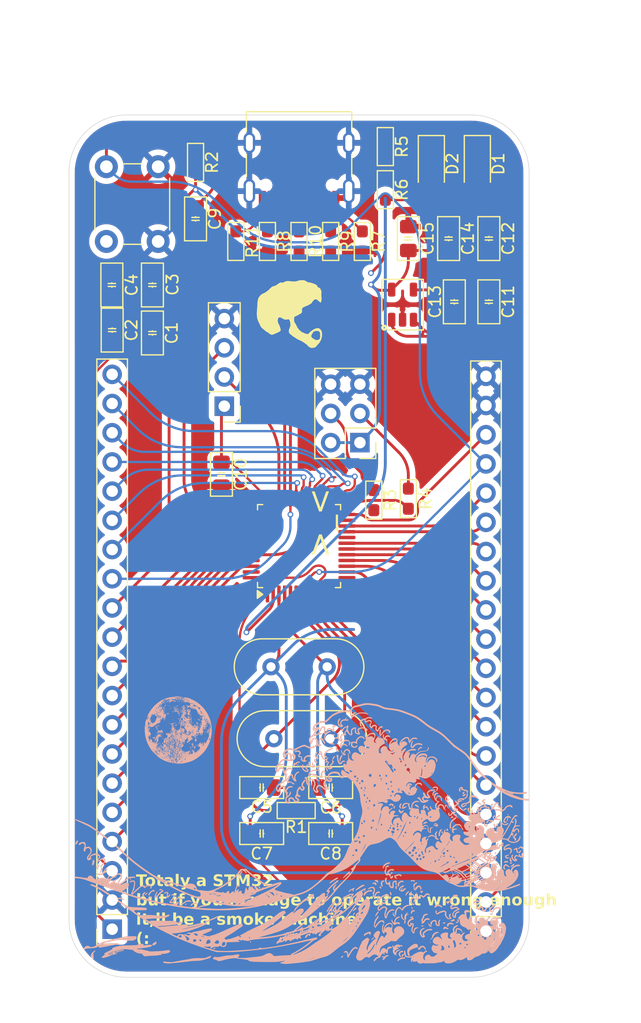
<source format=kicad_pcb>
(kicad_pcb (version 20241229) (generator "pcbnew") (generator_version "9.0")
  (layers (0 "F.Cu" signal) (2 "B.Cu" signal) (13 "F.Paste" user) (15 "B.Paste" user) (5 "F.SilkS" user "F.Silkscreen") (7 "B.SilkS" user "B.Silkscreen") (1 "F.Mask" user) (3 "B.Mask" user) (25 "Edge.Cuts" user))
  (net 0 "")
  (net 1 "/VCC3V3")
  (net 2 "Earth")
  (net 3 "/oscin")
  (net 4 "Net-(C5-Pad1)")
  (net 5 "/oscout")
  (net 6 "/pc14")
  (net 7 "/pc15")
  (net 8 "/RESET")
  (net 9 "/5V")
  (net 10 "Net-(U2-EN)")
  (net 11 "Net-(D1-K)")
  (net 12 "Net-(D2-K)")
  (net 13 "Net-(P1-Pad3)")
  (net 14 "Net-(P1-Pad4)")
  (net 15 "/swdclk")
  (net 16 "/swdio")
  (net 17 "/pb1")
  (net 18 "/pa7")
  (net 19 "/pb0")
  (net 20 "/pc13")
  (net 21 "/pb10")
  (net 22 "/pa0")
  (net 23 "/pa2")
  (net 24 "/pa4")
  (net 25 "/VBAT")
  (net 26 "/pb11")
  (net 27 "/pa1")
  (net 28 "/pa6")
  (net 29 "/pa5")
  (net 30 "/pa3")
  (net 31 "/pb8")
  (net 32 "/pb3")
  (net 33 "/pb14")
  (net 34 "/pa9")
  (net 35 "/pb12")
  (net 36 "/pb7")
  (net 37 "/pa11")
  (net 38 "/pa10")
  (net 39 "/pa12")
  (net 40 "/pb6")
  (net 41 "/pa15")
  (net 42 "/pb5")
  (net 43 "/pb13")
  (net 44 "/pb9")
  (net 45 "/pb4")
  (net 46 "/pb15")
  (net 47 "/pa8")
  (net 48 "/BOOT1")
  (net 49 "/BOOT0")
  (net 50 "Net-(USBC1-CC1)")
  (net 51 "Net-(USBC1-CC2)")
  (net 52 "Net-(R9-Pad1)")
  (net 53 "Net-(R10-Pad1)")
  (footprint "PCM_Resistor_SMD_AKL:R_0603_1608Metric_Pad1.05x0.95mm_HandSolder" (layer "F.Cu") (at 111.43 38.22 -90)
    (property "Reference" "R9")
    (property "Value" "20" (hide yes))
  )
  (footprint "PCM_Resistor_SMD_AKL:R_0603_1608Metric_Pad1.05x0.95mm_HandSolder" (layer "F.Cu") (at 114.18 38.22 -90)
    (property "Reference" "R7")
    (property "Value" "5.1K" (hide yes))
  )
  (footprint "Connector_USB:USB_C_Receptacle_G-Switch_GT-USB-7010ASV" (layer "F.Cu") (at 108.68 30.72 180)
    (property "Reference" "USBC1" (hide yes))
    (property "Value" "USB_C_Receptacle_USB2.0_16P" (hide yes))
  )
  (footprint "PCM_Capacitor_SMD_AKL:C_0805_2012Metric_Pad1.18x1.45mm_HandSolder" (layer "F.Cu") (at 118.18 37.97 -90)
    (property "Reference" "C15")
    (property "Value" "104" (hide yes))
  )
  (footprint "PCM_Resistor_SMD_AKL:R_0603_1608Metric_Pad1.05x0.95mm_HandSolder" (layer "F.Cu") (at 116.18 33.72 -90)
    (property "Reference" "R6")
    (property "Value" "510" (hide yes))
  )
  (footprint "Connector_PinHeader_2.54mm:PinHeader_1x04_P2.54mm_Vertical" (layer "F.Cu") (at 102.18 52.55 180)
    (property "Reference" "P2" (hide yes))
    (property "Value" "PINHD_1x4_Male" (hide yes))
  )
  (footprint "PCM_Capacitor_SMD_AKL:C_0805_2012Metric_Pad1.18x1.45mm_HandSolder" (layer "F.Cu") (at 125.18 37.97 -90)
    (property "Reference" "C12")
    (property "Value" "104" (hide yes))
  )
  (footprint "PCM_Capacitor_SMD_AKL:C_0805_2012Metric_Pad1.18x1.45mm_HandSolder" (layer "F.Cu") (at 105.43 89.72 180)
    (property "Reference" "C7")
    (property "Value" "20p" (hide yes))
  )
  (footprint "Crystal:Crystal_HC49-4H_Vertical" (layer "F.Cu") (at 111.37 81.47 180)
    (property "Reference" "Y1" (hide yes))
    (property "Value" "8MHz" (hide yes))
  )
  (footprint "PCM_Resistor_SMD_AKL:R_0603_1608Metric_Pad1.05x0.95mm_HandSolder" (layer "F.Cu") (at 118.18 60.595 90)
    (property "Reference" "R4")
    (property "Value" "100K" (hide yes))
  )
  (footprint "Crystal:Crystal_HC49-4H_Vertical" (layer "F.Cu") (at 111.12 75.22 180)
    (property "Reference" "Y2" (hide yes))
    (property "Value" "8MHz" (hide yes))
  )
  (footprint "Connector_PinSocket_2.54mm:PinSocket_1x20_P2.54mm_Vertical" (layer "F.Cu") (at 124.93 98.21 180)
    (property "Reference" "P3" (hide yes))
    (property "Value" "PINHD_1x20_Female" (hide yes))
  )
  (footprint "PCM_Resistor_SMD_AKL:R_0603_1608Metric_Pad1.05x0.95mm_HandSolder" (layer "F.Cu") (at 99.68 31.345 -90)
    (property "Reference" "R2")
    (property "Value" "10K" (hide yes))
  )
  (footprint "PCM_Capacitor_SMD_AKL:C_0805_2012Metric_Pad1.18x1.45mm_HandSolder" (layer "F.Cu") (at 92.405 42.0075 90)
    (property "Reference" "C4")
    (property "Value" "104" (hide yes))
  )
  (footprint "LOGO" (layer "F.Cu") (at 108 44.75)
    (property "Reference" "G***" (hide yes))
    (property "Value" "LOGO" (hide yes))
  )
  (footprint "Connector_PinSocket_2.54mm:PinSocket_1x20_P2.54mm_Vertical" (layer "F.Cu") (at 92.43 98.04 180)
    (property "Reference" "p4" (hide yes))
    (property "Value" "PINHD_1x20_Female" (hide yes))
  )
  (footprint "PCM_Capacitor_SMD_AKL:C_0805_2012Metric_Pad1.18x1.45mm_HandSolder" (layer "F.Cu") (at 95.93 42.0075 90)
    (property "Reference" "C3")
    (property "Value" "104" (hide yes))
  )
  (footprint "PCM_Resistor_SMD_AKL:R_0603_1608Metric_Pad1.05x0.95mm_HandSolder" (layer "F.Cu") (at 108.68 38.22 -90)
    (property "Reference" "R10")
    (property "Value" "20" (hide yes))
  )
  (footprint "PCM_Capacitor_SMD_AKL:C_0805_2012Metric_Pad1.18x1.45mm_HandSolder" (layer "F.Cu") (at 105.43 85.72 180)
    (property "Reference" "C5")
    (property "Value" "20p" (hide yes))
  )
  (footprint "LED_SMD:LED_1206_3216Metric_Pad1.42x1.75mm_HandSolder" (layer "F.Cu") (at 124.18 31.47 -90)
    (property "Reference" "D1")
    (property "Value" "LED" (hide yes))
  )
  (footprint "PCM_Package_TO_SOT_SMD_AKL:TSOT-23-5" (layer "F.Cu") (at 117.68 43.72 90)
    (property "Reference" "U2" (hide yes))
    (property "Value" "RT9193-33" (hide yes))
  )
  (footprint "PCM_Capacitor_SMD_AKL:C_0805_2012Metric_Pad1.18x1.45mm_HandSolder" (layer "F.Cu") (at 121.68 37.97 -90)
    (property "Reference" "C14")
    (property "Value" "106" (hide yes))
  )
  (footprint "PCM_Capacitor_SMD_AKL:C_0805_2012Metric_Pad1.18x1.45mm_HandSolder" (layer "F.Cu") (at 99.68 36.2575 -90)
    (property "Reference" "C9")
    (property "Value" "105" (hide yes))
  )
  (footprint "PCM_Capacitor_SMD_AKL:C_0805_2012Metric_Pad1.18x1.45mm_HandSolder" (layer "F.Cu") (at 122.18 43.47 90)
    (property "Reference" "C13")
    (property "Value" "223" (hide yes))
  )
  (footprint "Package_QFP:LQFP-48_7x7mm_P0.5mm" (layer "F.Cu") (at 108.68 64.72 90)
    (property "Reference" "U1" (hide yes))
    (property "Value" "STM32F103C8Tx" (hide yes))
  )
  (footprint "PCM_Resistor_SMD_AKL:R_0603_1608Metric_Pad1.05x0.95mm_HandSolder" (layer "F.Cu") (at 108.43 87.72 180)
    (property "Reference" "R1")
    (property "Value" "1M" (hide yes))
  )
  (footprint "PCM_Resistor_SMD_AKL:R_0603_1608Metric_Pad1.05x0.95mm_HandSolder" (layer "F.Cu") (at 115.18 60.72 -90)
    (property "Reference" "R3")
    (property "Value" "100K" (hide yes))
  )
  (footprint "PCM_Resistor_SMD_AKL:R_0603_1608Metric_Pad1.05x0.95mm_HandSolder" (layer "F.Cu") (at 103.18 38.22 -90)
    (property "Reference" "R11")
    (property "Value" "4.7K" (hide yes))
  )
  (footprint "PCM_Capacitor_SMD_AKL:C_0805_2012Metric_Pad1.18x1.45mm_HandSolder" (layer "F.Cu") (at 95.93 46.1825 -90)
    (property "Reference" "C1")
    (property "Value" "104" (hide yes))
  )
  (footprint "LED_SMD:LED_1206_3216Metric_Pad1.42x1.75mm_HandSolder" (layer "F.Cu") (at 120.18 31.47 -90)
    (property "Reference" "D2")
    (property "Value" "LED" (hide yes))
  )
  (footprint "Button_Switch_THT:SW_PUSH_6mm" (layer "F.Cu") (at 96.43 31.72 -90)
    (property "Reference" "SW1" (hide yes))
    (property "Value" "Push_Button" (hide yes))
  )
  (footprint "PCM_Resistor_SMD_AKL:R_0603_1608Metric_Pad1.05x0.95mm_HandSolder" (layer "F.Cu") (at 105.93 38.22 -90)
    (property "Reference" "R8")
    (property "Value" "5.1K" (hide yes))
  )
  (footprint "PCM_Capacitor_SMD_AKL:C_0805_2012Metric_Pad1.18x1.45mm_HandSolder" (layer "F.Cu") (at 111.43 85.72)
    (property "Reference" "C6")
    (property "Value" "20p" (hide yes))
  )
  (footprint "PCM_Resistor_SMD_AKL:R_0603_1608Metric_Pad1.05x0.95mm_HandSolder" (layer "F.Cu") (at 116.18 29.97 -90)
    (property "Reference" "R5")
    (property "Value" "510" (hide yes))
  )
  (footprint "PCM_Capacitor_SMD_AKL:C_0805_2012Metric_Pad1.18x1.45mm_HandSolder" (layer "F.Cu") (at 101.93 58.47 -90)
    (property "Reference" "C10")
    (property "Value" "104" (hide yes))
  )
  (footprint "PCM_Capacitor_SMD_AKL:C_0805_2012Metric_Pad1.18x1.45mm_HandSolder" (layer "F.Cu") (at 111.43 89.72)
    (property "Reference" "C8")
    (property "Value" "20p" (hide yes))
  )
  (footprint "PCM_Capacitor_SMD_AKL:C_0805_2012Metric_Pad1.18x1.45mm_HandSolder" (layer "F.Cu") (at 92.43 45.9325 -90)
    (property "Reference" "C2")
    (property "Value" "104" (hide yes))
  )
  (footprint "Connector_PinHeader_2.54mm:PinHeader_2x03_P2.54mm_Vertical" (layer "F.Cu") (at 113.97 55.72 180)
    (property "Reference" "P1" (hide yes))
    (property "Value" "PINHD_2x3_Male" (hide yes))
  )
  (footprint "PCM_Capacitor_SMD_AKL:C_0805_2012Metric_Pad1.18x1.45mm_HandSolder" (layer "F.Cu") (at 125.18 43.47 -90)
    (property "Reference" "C11")
    (property "Value" "105" (hide yes))
  )
  (footprint "LOGO" (layer "B.Cu") (at 98.18 80.72 180)
    (property "Reference" "G***" (hide yes))
    (property "Value" "LOGO" (hide yes))
  )
  (footprint "LOGO" (layer "B.Cu") (at 108.68 89.72 180)
    (property "Reference" "G***" (hide yes))
    (property "Value" "LOGO" (hide yes))
  )
  (gr_line (start 123.68 102.22) (end 93.68 102.22) (stroke (width 0.05)) (layer "Edge.Cuts"))
  (gr_arc (start 88.68 32.22) (mid 90.144466 28.684466) (end 93.68 27.22) (stroke (width 0.05)) (layer "Edge.Cuts"))
  (gr_arc (start 128.68 97.22) (mid 127.215534 100.755534) (end 123.68 102.22) (stroke (width 0.05)) (layer "Edge.Cuts"))
  (gr_line (start 123.68 27.22) (end 93.68 27.22) (stroke (width 0.05)) (layer "Edge.Cuts"))
  (gr_arc (start 123.68 27.22) (mid 127.215534 28.684466) (end 128.68 32.22) (stroke (width 0.05)) (layer "Edge.Cuts"))
  (gr_line (start 128.68 32.22) (end 128.68 97.22) (stroke (width 0.05)) (layer "Edge.Cuts"))
  (gr_line (start 88.68 97.22) (end 88.68 32.22) (stroke (width 0.05)) (layer "Edge.Cuts"))
  (gr_arc (start 93.68 102.22) (mid 90.144466 100.755534) (end 88.68 97.22) (stroke (width 0.05)) (layer "Edge.Cuts"))
  (gr_text "Totaly a STM32\nbut if you manage to operate it wrong enough\nit,ll be a smoke machine\n(:" (at 94.5 99.5 0) (layer "F.SilkS") (effects (font (size 1 1) (thickness 0.2) (bold yes)) (justify left bottom)))
  (gr_text ">_<" (at 111.75 65.75 90) (layer "F.SilkS") (effects (font (size 2 2) (thickness 0.2)) (justify left bottom)))
  (segment (start 99.498605 33.767382) (end 99.087493 34.178493) (width 0.25) (layer "F.Cu") (net 1))
  (segment (start 99.68 33.72) (end 99.68 32.22) (width 0.25) (layer "F.Cu") (net 1))
  (segment (start 115.783554 42.47) (end 116.627574 42.47) (width 0.25) (layer "F.Cu") (net 1))
  (segment (start 117.489688 41.650313) (end 116.76 42.38) (width 0.25) (layer "F.Cu") (net 1))
  (segment (start 92.43 43.087678) (end 92.43 44.895) (width 0.25) (layer "F.Cu") (net 1))
  (segment (start 109.93 68.300098) (end 109.93 68.8825) (width 0.2) (layer "F.Cu") (net 1))
  (segment (start 89.43 92.91868) (end 89.43 50.016321) (width 0.25) (layer "F.Cu") (net 1))
  (segment (start 102.3675 57.4325) (end 101.93 57.4325) (width 0.2) (layer "F.Cu") (net 1))
  (segment (start 98.629 38.437519) (end 98.629 35.285394) (width 0.25) (layer "F.Cu") (net 1))
  (segment (start 110.981 66.97) (end 110.981 66.979931) (width 0.2) (layer "F.Cu") (net 1))
  (segment (start 118.18 39.98375) (end 118.18 39.0075) (width 0.25) (layer "F.Cu") (net 1))
  (segment (start 110.356654 66.419) (end 110.430001 66.419) (width 0.2) (layer "F.Cu") (net 1))
  (segment (start 102.055 52.675) (end 102.18 52.55) (width 0.25) (layer "F.Cu") (net 1))
  (segment (start 119.341091 60.61891) (end 124.93 55.03) (width 0.25) (layer "F.Cu") (net 1))
  (segment (start 113.889928 61.97) (end 112.8425 61.97) (width 0.25) (layer "F.Cu") (net 1))
  (segment (start 118.18 39.0075) (end 121.68 39.0075) (width 0.25) (layer "F.Cu") (net 1))
  (segment (start 110.063589 67.977589) (end 110.141344 67.899833) (width 0.2) (layer "F.Cu") (net 1))
  (segment (start 110.410927 67.788168) (end 110.812594 67.386501) (width 0.2) (layer "F.Cu") (net 1))
  (segment (start 115.18 42.22) (end 114.93 41.97) (width 0.25) (layer "F.Cu") (net 1))
  (segment (start 118.215346 62.446) (end 115.039093 62.446) (width 0.25) (layer "F.Cu") (net 1))
  (segment (start 109.841829 66.632248) (end 109.529576 66.9445) (width 0.2) (layer "F.Cu") (net 1))
  (segment (start 103.11436 57.74186) (end 105.93 60.5575) (width 0.2) (layer "F.Cu") (net 1))
  (segment (start 90.93 96.54) (end 92.43 98.04) (width 0.25) (layer "F.Cu") (net 1))
  (segment (start 116.7 42.44) (end 116.76 42.38) (width 0.25) (layer "F.Cu") (net 1))
  (segment (start 95.93 43.045) (end 95.93 45.145) (width 0.25) (layer "F.Cu") (net 1))
  (segment (start 97.2795 41.6955) (end 95.93 43.045) (width 0.25) (layer "F.Cu") (net 1))
  (segment (start 99.68 33.72) (end 99.612993 33.72) (width 0.25) (layer "F.Cu") (net 1))
  (segment (start 108.260907 67.47) (end 104.5175 67.47) (width 0.2) (layer "F.Cu") (net 1))
  (segment (start 92.43 44.895) (end 90.93 46.395) (width 0.25) (layer "F.Cu") (net 1))
  (segment (start 118.981 61.488245) (end 118.981 61.680346) (width 0.25) (layer "F.Cu") (net 1))
  (segment (start 92.422678 43.045) (end 95.93 43.045) (width 0.25) (layer "F.Cu") (net 1))
  (segment (start 101.93 52.976777) (end 101.93 57.4325) (width 0.25) (layer "F.Cu") (net 1))
  (via (at 114.93 41.97) (size 0.5) (drill 0.3) (layers "F.Cu" "B.Cu") (net 1))
  (via (at 99.68 33.72) (size 0.5) (drill 0.3) (layers "F.Cu" "B.Cu") (net 1))
  (arc (start 110.276135 67.844) (mid 110.349084 67.82949) (end 110.410927 67.788168) (width 0.2) (layer "F.Cu") (net 1))
  (arc (start 109.841829 66.632248) (mid 110.078033 66.474422) (end 110.356654 66.419) (width 0.2) (layer "F.Cu") (net 1))
  (arc (start 110.819616 66.580384) (mid 110.64086 66.460943) (end 110.430001 66.419) (width 0.2) (layer "F.Cu") (net 1))
  (arc (start 115.18 42.22) (mid 115.456913 42.405028) (end 115.783554 42.47) (width 0.25) (layer "F.Cu") (net 1))
  (arc (start 118.215346 62.446) (mid 118.508349 62.387719) (end 118.756745 62.221745) (width 0.25) (layer "F.Cu") (net 1))
  (arc (start 92.43 43.087678) (mid 92.426752 43.071346) (end 92.4175 43.0575) (width 0.25) (layer "F.Cu") (net 1))
  (arc (start 109.93 68.300098) (mid 109.964719 68.125558) (end 110.063589 67.977589) (width 0.2) (layer "F.Cu") (net 1))
  (arc (start 117.489688 41.650313) (mid 118.000594 40.885688) (end 118.18 39.98375) (width 0.25) (layer "F.Cu") (net 1))
  (arc (start 118.756745 62.221745) (mid 118.922719 61.973349) (end 118.981 61.680346) (width 0.25) (layer "F.Cu") (net 1))
  (arc (start 114.46451 62.208) (mid 114.728131 62.384146) (end 115.039093 62.446) (width 0.25) (layer "F.Cu") (net 1))
  (arc (start 114.46451 62.208) (mid 114.20089 62.031855) (end 113.889928 61.97) (width 0.25) (layer "F.Cu") (net 1))
  (arc (start 110.981 66.97) (mid 110.939058 66.759142) (end 110.819616 66.580384) (width 0.2) (layer "F.Cu") (net 1))
  (arc (start 101.93 52.976777) (mid 101.962487 52.813457) (end 102.055 52.675) (width 0.25) (layer "F.Cu") (net 1))
  (arc (start 97.2795 41.6955) (mid 98.278277 40.200726) (end 98.629 38.437519) (width 0.25) (layer "F.Cu") (net 1))
  (arc (start 110.141344 67.899833) (mid 110.203187 67.858511) (end 110.276135 67.844) (width 0.2) (layer "F.Cu") (net 1))
  (arc (start 89.43 50.016321) (mid 89.819838 48.056477) (end 90.93 46.395) (width 0.25) (layer "F.Cu") (net 1))
  (arc (start 110.812594 67.386501) (mid 110.937233 67.199966) (end 110.981 66.979931) (width 0.2) (layer "F.Cu") (net 1))
  (arc (start 98.629 35.285394) (mid 98.748159 34.686344) (end 99.087493 34.178493) (width 0.25) (layer "F.Cu") (net 1))
  (arc (start 99.498605 33.767382) (mid 99.551087 33.732315) (end 99.612993 33.72) (width 0.25) (layer "F.Cu") (net 1))
  (arc (start 116.627574 42.47) (mid 116.666771 42.462204) (end 116.7 42.44) (width 0.25) (layer "F.Cu") (net 1))
  (arc (start 90.93 96.54) (mid 89.819838 94.878525) (end 89.43 92.91868) (width 0.25) (layer "F.Cu") (net 1))
  (arc (start 108.260907 67.47) (mid 108.947506 67.333427) (end 109.529576 66.9445) (width 0.2) (layer "F.Cu") (net 1))
  (arc (start 118.981 61.488245) (mid 119.074585 61.017765) (end 119.341091 60.61891) (width 0.25) (layer "F.Cu") (net 1))
  (arc (start 103.11436 57.74186) (mid 102.771698 57.512901) (end 102.3675 57.4325) (width 0.2) (layer "F.Cu") (net 1))
  (arc (start 92.4175 43.0575) (mid 92.415913 43.049521) (end 92.422678 43.045) (width 0.25) (layer "F.Cu") (net 1))
  (segment (start 114.93 41.97) (end 115.305 42.345) (width 0.25) (layer "B.Cu") (net 1))
  (segment (start 99.68 33.72) (end 103.086208 37.126208) (width 0.25) (layer "B.Cu") (net 1))
  (segment (start 114.93 41.97) (end 115.33 41.57) (width 0.25) (layer "B.Cu") (net 1))
  (segment (start 114.825 54.865) (end 113.97 55.72) (width 0.25) (layer "B.Cu") (net 1))
  (segment (start 113.97 55.72) (end 111.43 55.72) (width 0.25) (layer "B.Cu") (net 1))
  (segment (start 115.73 40.604315) (end 115.73 39.945) (width 0.25) (layer "B.Cu") (net 1))
  (segment (start 115.68 52.800848) (end 115.68 43.250331) (width 0.25) (layer "B.Cu") (net 1))
  (segment (start 106.933964 38.72) (end 114.505 38.72) (width 0.25) (layer "B.Cu") (net 1))
  (arc (start 115.68 43.250331) (mid 115.582541 42.76037) (end 115.305 42.345) (width 0.25) (layer "B.Cu") (net 1))
  (arc (start 103.086208 37.126208) (mid 104.851574 38.305787) (end 106.933964 38.72) (width 0.25) (layer "B.Cu") (net 1))
  (arc (start 114.825 54.865) (mid 115.457793 53.917959) (end 115.68 52.800848) (width 0.25) (layer "B.Cu") (net 1))
  (arc (start 115.33 41.57) (mid 115.626044 41.12694) (end 115.73 40.604315) (width 0.25) (layer "B.Cu") (net 1))
  (arc (start 115.73 39.945) (mid 115.371206 39.078795) (end 114.505 38.72) (width 0.25) (layer "B.Cu") (net 1))
  (segment (start 104.3925 86.375654) (end 104.3925 85.72) (width 0.25) (layer "F.Cu") (net 3))
  (segment (start 108.263428 70.159002) (end 111.604709 73.500283) (width 0.25) (layer "F.Cu") (net 3))
  (segment (start 107.93 69.354037) (end 107.93 68.8825) (width 0.25) (layer "F.Cu") (net 3))
  (segment (start 104.3925 85.72) (end 104.3925 84.64375) (width 0.25) (layer "F.Cu") (net 3))
  (segment (start 106.49 81.47) (end 105.153524 82.806477) (width 0.25) (layer "F.Cu") (net 3))
  (segment (start 105.736847 87.72) (end 107.555 87.72) (width 0.25) (layer "F.Cu") (net 3))
  (segment (start 106.49 81.47) (end 111.604709 76.355292) (width 0.25) (layer "F.Cu") (net 3))
  (arc (start 104.78625 87.32625) (mid 104.494833 86.890113) (end 104.3925 86.375654) (width 0.25) (layer "F.Cu") (net 3))
  (arc (start 104.78625 87.32625) (mid 105.222388 87.617668) (end 105.736847 87.72) (width 0.25) (layer "F.Cu") (net 3))
  (arc (start 108.263428 70.159002) (mid 108.016656 69.789681) (end 107.93 69.354037) (width 0.25) (layer "F.Cu") (net 3))
  (arc (start 111.604709 76.355292) (mid 112.042329 75.700348) (end 112.196 74.927787) (width 0.25) (layer "F.Cu") (net 3))
  (arc (start 104.3925 84.64375) (mid 104.590284 83.649425) (end 105.153524 82.806477) (width 0.25) (layer "F.Cu") (net 3))
  (arc (start 112.196 74.927787) (mid 112.042329 74.155228) (end 111.604709 73.500283) (width 0.25) (layer "F.Cu") (net 3))
  (segment (start 110.3925 85.72) (end 106.4675 85.72) (width 0.25) (layer "F.Cu") (net 4))
  (segment (start 112.646 76.159142) (end 112.646 79.291732) (width 0.25) (layer "F.Cu") (net 5))
  (segment (start 111.123154 87.72) (end 109.305 87.72) (width 0.25) (layer "F.Cu") (net 5))
  (segment (start 108.43 69.285839) (end 108.43 68.8825) (width 0.25) (layer "F.Cu") (net 5))
  (segment (start 108.715204 69.974382) (end 111.052208 72.311386) (width 0.25) (layer "F.Cu") (net 5))
  (segment (start 112.4675 83.34355) (end 112.4675 85.72) (width 0.25) (layer "F.Cu") (net 5))
  (segment (start 112.4675 86.375654) (end 112.4675 85.72) (width 0.25) (layer "F.Cu") (net 5))
  (segment (start 111.91875 80.92125) (end 112.008 80.832) (width 0.25) (layer "F.Cu") (net 5))
  (arc (start 112.4675 83.34355) (mid 112.324885 82.626574) (end 111.91875 82.01875) (width 0.25) (layer "F.Cu") (net 5))
  (arc (start 111.91875 82.01875) (mid 111.691451 81.47) (end 111.91875 80.92125) (width 0.25) (layer "F.Cu") (net 5))
  (arc (start 112.07375 87.32625) (mid 112.365168 86.890113) (end 112.4675 86.375654) (width 0.25) (layer "F.Cu") (net 5))
  (arc (start 112.646 76.159142) (mid 112.231787 74.076752) (end 111.052208 72.311386) (width 0.25) (layer "F.Cu") (net 5))
  (arc (start 111.123154 87.72) (mid 111.637613 87.617668) (end 112.07375 87.32625) (width 0.25) (layer "F.Cu") (net 5))
  (arc (start 112.008 80.832) (mid 112.48019 80.125319) (end 112.646 79.291732) (width 0.25) (layer "F.Cu") (net 5))
  (arc (start 108.715204 69.974382) (mid 108.504123 69.658476) (end 108.43 69.285839) (width 0.25) (layer "F.Cu") (net 5))
  (segment (start 106.93 74.042097) (end 106.93 68.8825) (width 0.25) (layer "F.Cu") (net 6))
  (segment (start 104.43 88.22) (end 104.43 89.655984) (width 0.25) (layer "F.Cu") (net 6))
  (segment (start 106.585 74.875) (end 106.24 75.22) (width 0.25) (layer "F.Cu") (net 6))
  (segment (start 104.41125 89.70125) (end 104.3925 89.72) (width 0.25) (layer "F.Cu") (net 6))
  (via (at 104.43 88.22) (size 0.5) (drill 0.3) (layers "F.Cu" "B.Cu") (net 6))
  (arc (start 106.585 74.875) (mid 106.840338 74.492861) (end 106.93 74.042097) (width 0.25) (layer "F.Cu") (net 6))
  (arc (start 104.41125 89.70125) (mid 104.425128 89.680482) (end 104.43 89.655984) (width 0.25) (layer "F.Cu") (net 6))
  (segment (start 106.903001 74.557001) (end 108.097 73.363001) (width 0.25) (layer "B.Cu") (net 6))
  (segment (start 104.43 88.22) (end 105.998 86.652) (width 0.25) (layer "B.Cu") (net 6))
  (segment (start 103.523793 77.936208) (end 105.577 75.883) (width 0.25) (layer "B.Cu") (net 6))
  (segment (start 105.577 75.883) (end 106.903001 74.557001) (width 0.25) (layer "B.Cu") (net 6))
  (segment (start 106.044128 93.13) (end 124.93 93.13) (width 0.25) (layer "B.Cu") (net 6))
  (segment (start 101.93 81.783964) (end 101.93 89.015873) (width 0.25) (layer "B.Cu") (net 6))
  (segment (start 111.46 71.97) (end 113.43 71.97) (width 0.25) (layer "B.Cu") (net 6))
  (segment (start 107.566 82.866514) (end 107.566 77.483624) (width 0.25) (layer "B.Cu") (net 6))
  (arc (start 107.566 77.483624) (mid 107.393692 76.617373) (end 106.903 75.883) (width 0.25) (layer "B.Cu") (net 6))
  (arc (start 105.998 86.652) (mid 107.158491 84.915205) (end 107.566 82.866514) (width 0.25) (layer "B.Cu") (net 6))
  (arc (start 106.903 75.883) (mid 106.24 75.608377) (end 105.577 75.883) (width 0.25) (layer "B.Cu") (net 6))
  (arc (start 108.097 73.363001) (mid 109.639958 72.33203) (end 111.46 71.97) (width 0.25) (layer "B.Cu") (net 6))
  (arc (start 101.93 81.783964) (mid 102.344214 79.701574) (end 103.523793 77.936208) (width 0.25) (layer "B.Cu") (net 6))
  (arc (start 103.135 91.925) (mid 102.24317 90.590282) (end 101.93 89.015873) (width 0.25) (layer "B.Cu") (net 6))
  (arc (start 103.135 91.925) (mid 104.46972 92.816831) (end 106.044128 93.13) (width 0.25) (layer "B.Cu") (net 6))
  (arc (start 106.903001 74.557001) (mid 106.628377 75.220001) (end 106.903 75.883) (width 0.25) (layer "B.Cu") (net 6))
  (segment (start 108.366033 72.466033) (end 111.12 75.22) (width 0.25) (layer "F.Cu") (net 7))
  (segment (start 112.43 88.22) (end 112.43 89.655984) (width 0.25) (layer "F.Cu") (net 7))
  (segment (start 107.43 70.20625) (end 107.43 68.8825) (width 0.25) (layer "F.Cu") (net 7))
  (segment (start 112.44875 89.70125) (end 112.4675 89.72) (width 0.25) (layer "F.Cu") (net 7))
  (via (at 112.43 88.22) (size 0.5) (drill 0.3) (layers "F.Cu" "B.Cu") (net 7))
  (arc (start 112.44875 89.70125) (mid 112.434873 89.680482) (end 112.43 89.655984) (width 0.25) (layer "F.Cu") (net 7))
  (arc (start 108.366033 72.466033) (mid 107.673268 71.429236) (end 107.43 70.20625) (width 0.25) (layer "F.Cu") (net 7))
  (segment (start 110.707 75.633) (end 111.12 75.22) (width 0.25) (layer "B.Cu") (net 7))
  (segment (start 111.12 76) (end 111.12 75.22) (width 0.25) (layer "B.Cu") (net 7))
  (segment (start 110.294 84.57362) (end 110.294 76.630071) (width 0.25) (layer "B.Cu") (net 7))
  (segment (start 111.362 87.152) (end 112.43 88.22) (width 0.25) (layer "B.Cu") (net 7))
  (segment (start 111.671544 77.331544) (end 124.93 90.59) (width 0.25) (layer "B.Cu") (net 7))
  (arc (start 111.671544 77.331544) (mid 111.263342 76.720627) (end 111.12 76) (width 0.25) (layer "B.Cu") (net 7))
  (arc (start 110.294 76.630071) (mid 110.401336 76.09046) (end 110.707 75.633) (width 0.25) (layer "B.Cu") (net 7))
  (arc (start 111.362 87.152) (mid 110.571565 85.96903) (end 110.294 84.57362) (width 0.25) (layer "B.Cu") (net 7))
  (segment (start 110.250588 66.97) (end 110.43 66.97) (width 0.2) (layer "F.Cu") (net 8))
  (segment (start 108.93 68.496838) (end 108.93 68.8825) (width 0.2) (layer "F.Cu") (net 8))
  (segment (start 99.93 30.47) (end 99.68 30.47) (width 0.25) (layer "F.Cu") (net 8))
  (segment (start 96.692564 28.72) (end 93.637107 28.72) (width 0.25) (layer "F.Cu") (net 8))
  (segment (start 109.944313 67.096864) (end 109.202705 67.838472) (width 0.2) (layer "F.Cu") (net 8))
  (segment (start 98.805 29.595) (end 99.68 30.47) (width 0.25) (layer "F.Cu") (net 8))
  (segment (start 91.93 30.427107) (end 91.93 31.72) (width 0.25) (layer "F.Cu") (net 8))
  (segment (start 100.811282 34.088719) (end 99.68 35.22) (width 0.25) (layer "F.Cu") (net 8))
  (segment (start 100.356777 30.646777) (end 100.811282 31.101282) (width 0.25) (layer "F.Cu") (net 8))
  (via (at 110.43 66.97) (size 0.5) (drill 0.3) (layers "F.Cu" "B.Cu") (net 8))
  (arc (start 92.43 29.22) (mid 92.983826 28.849946) (end 93.637107 28.72) (width 0.25) (layer "F.Cu") (net 8))
  (arc (start 91.93 30.427107) (mid 92.059946 29.773826) (end 92.43 29.22) (width 0.25) (layer "F.Cu") (net 8))
  (arc (start 108.93 68.496838) (mid 109.000874 68.140533) (end 109.202705 67.838472) (width 0.2) (layer "F.Cu") (net 8))
  (arc (start 98.805 29.595) (mid 97.835806 28.947406) (end 96.692564 28.72) (width 0.25) (layer "F.Cu") (net 8))
  (arc (start 100.356777 30.646777) (mid 100.16097 30.515943) (end 99.93 30.47) (width 0.25) (layer "F.Cu") (net 8))
  (arc (start 109.944313 67.096864) (mid 110.084834 67.002971) (end 110.250588 66.97) (width 0.2) (layer "F.Cu") (net 8))
  (arc (start 101.43 32.595) (mid 101.269201 31.786606) (end 100.811282 31.101282) (width 0.25) (layer "F.Cu") (net 8))
  (arc (start 100.811282 34.088719) (mid 101.269201 33.403395) (end 101.43 32.595) (width 0.25) (layer "F.Cu") (net 8))
  (segment (start 124.93 57.57) (end 120.773793 53.413793) (width 0.2) (layer "B.Cu") (net 8))
  (segment (start 103.43944 36.700208) (end 101.354025 34.614793) (width 0.2) (layer "B.Cu") (net 8))
  (segment (start 113.276037 66.97) (end 110.43 66.97) (width 0.2) (layer "B.Cu") (net 8))
  (segment (start 109.499582 38.294) (end 107.287196 38.294) (width 0.2) (layer "B.Cu") (net 8))
  (segment (start 116.481228 34.168773) (end 117.768228 35.455773) (width 0.2) (layer "B.Cu") (net 8))
  (segment (start 115.878773 34.168773) (end 113.347338 36.700208) (width 0.2) (layer "B.Cu") (net 8))
  (segment (start 119.18 38.864093) (end 119.18 49.566037) (width 0.2) (layer "B.Cu") (net 8))
  (segment (start 94.150946 33.021) (end 97.506269 33.021) (width 0.2) (layer "B.Cu") (net 8))
  (segment (start 124.93 57.57) (end 117.123793 65.376208) (width 0.2) (layer "B.Cu") (net 8))
  (segment (start 92.5805 32.3705) (end 91.93 31.72) (width 0.2) (layer "B.Cu") (net 8))
  (arc (start 113.276037 66.97) (mid 115.358428 66.555787) (end 117.123793 65.376208) (width 0.2) (layer "B.Cu") (net 8))
  (arc (start 115.878773 34.168773) (mid 116.016977 34.076428) (end 116.18 34.044) (width 0.2) (layer "B.Cu") (net 8))
  (arc (start 92.5805 32.3705) (mid 93.301027 32.851941) (end 94.150946 33.021) (width 0.2) (layer "B.Cu") (net 8))
  (arc (start 101.354025 34.614793) (mid 99.58866 33.435214) (end 97.506269 33.021) (width 0.2) (layer "B.Cu") (net 8))
  (arc (start 109.499582 38.294) (mid 111.581973 37.879787) (end 113.347338 36.700208) (width 0.2) (layer "B.Cu") (net 8))
  (arc (start 103.43944 36.700208) (mid 105.204806 37.879787) (end 107.287196 38.294) (width 0.2) (layer "B.Cu") (net 8))
  (arc (start 120.773793 53.413793) (mid 119.594214 51.648428) (end 119.18 49.566037) (width 0.2) (layer "B.Cu") (net 8))
  (arc (start 116.481228 34.168773) (mid 116.343024 34.076428) (end 116.18 34.044) (width 0.2) (layer "B.Cu") (net 8))
  (arc (start 119.18 38.864093) (mid 118.813093 37.019524) (end 117.768228 35.455773) (width 0.2) (layer "B.Cu") (net 8))
  (segment (start 91.395951 49.186291) (end 92.269272 48.312969) (width 0.2) (layer "F.Cu") (net 9))
  (segment (start 124.680001 45.970001) (end 124.839705 45.810296) (width 0.25) (layer "F.Cu") (net 9))
  (segment (start 116.73 45.335) (end 116.73 45.03) (width 0.25) (layer "F.Cu") (net 9))
  (segment (start 116.945668 45.855667) (end 117.145001 46.055) (width 0.25) (layer "F.Cu") (net 9))
  (segment (start 96.098452 46.22) (end 95.8925 46.22) (width 0.2) (layer "F.Cu") (net 9))
  (segment (start 103.18 37.345) (end 103.69 37.345) (width 0.2) (layer "F.Cu") (net 9))
  (segment (start 121.088234 46.47) (end 119.051767 46.47) (width 0.25) (layer "F.Cu") (net 9))
  (segment (start 106.28 34.855) (end 106.28 34.445) (width 0.2) (layer "F.Cu") (net 9))
  (segment (start 96.956 44.64333) (end 96.956 45.362452) (width 0.2) (layer "F.Cu") (net 9))
  (segment (start 119.35 45.75) (end 118.63 45.03) (width 0.25) (layer "F.Cu") (net 9))
  (segment (start 91.305 91.835) (end 92.43 92.96) (width 0.2) (layer "F.Cu") (net 9))
  (segment (start 126.23 42.715038) (end 126.23 39.56231) (width 0.25) (layer "F.Cu") (net 9))
  (segment (start 125.675191 39.0075) (end 125.18 39.0075) (width 0.25) (layer "F.Cu") (net 9))
  (segment (start 125.705 43.9825) (end 125.18 44.5075) (width 0.25) (layer "F.Cu") (net 9))
  (segment (start 97.715667 42.809334) (end 103.18 37.345) (width 0.2) (layer "F.Cu") (net 9))
  (segment (start 90.18 52.121853) (end 90.18 89.11901) (width 0.2) (layer "F.Cu") (net 9))
  (segment (start 105.990087 35.554914) (end 104.560625 36.984376) (width 0.2) (layer "F.Cu") (net 9))
  (segment (start 125.18 44.98875) (end 125.18 44.5075) (width 0.25) (layer "F.Cu") (net 9))
  (segment (start 121.088234 46.47) (end 123.472894 46.47) (width 0.25) (layer "F.Cu") (net 9))
  (segment (start 94.934541 46.616801) (end 93.923629 47.627712) (width 0.2) (layer "F.Cu") (net 9))
  (segment (start 119.051767 46.47) (end 118.146901 46.47) (width 0.25) (layer "F.Cu") (net 9))
  (arc (start 126.0675 39.17) (mid 125.887507 39.049733) (end 125.675191 39.0075) (width 0.25) (layer "F.Cu") (net 9))
  (arc (start 90.18 52.121853) (mid 90.496016 50.533139) (end 91.395951 49.186291) (width 0.2) (layer "F.Cu") (net 9))
  (arc (start 91.305 91.835) (mid 90.472378 90.588894) (end 90.18 89.11901) (width 0.2) (layer "F.Cu") (net 9))
  (arc (start 93.09645 47.97034) (mid 93.544116 47.881294) (end 93.923629 47.627712) (width 0.2) (layer "F.Cu") (net 9))
  (arc (start 124.839705 45.810296) (mid 125.091561 45.433368) (end 125.18 44.98875) (width 0.25) (layer "F.Cu") (net 9))
  (arc (start 123.472894 46.47) (mid 124.126176 46.340055) (end 124.680001 45.970001) (width 0.25) (layer "F.Cu") (net 9))
  (arc (start 103.69 37.345) (mid 104.161179 37.251277) (end 104.560625 36.984376) (width 0.2) (layer "F.Cu") (net 9))
  (arc (start 92.269272 48.312969) (mid 92.648785 48.059387) (end 93.09645 47.97034) (width 0.2) (layer "F.Cu") (net 9))
  (arc (start 96.70483 45.96883) (mid 96.890724 45.690622) (end 96.956 45.362452) (width 0.2) (layer "F.Cu") (net 9))
  (arc (start 105.990087 35.554914) (mid 106.204655 35.233791) (end 106.28 34.855) (width 0.2) (layer "F.Cu") (net 9))
  (arc (start 116.945668 45.855667) (mid 116.786051 45.616783) (end 116.73 45.335) (width 0.25) (layer "F.Cu") (net 9))
  (arc (start 96.956 44.64333) (mid 97.153432 43.650779) (end 97.715667 42.809334) (width 0.2) (layer "F.Cu") (net 9))
  (arc (start 119.35 45.75) (mid 120.147509 46.282879) (end 121.088234 46.47) (width 0.25) (layer "F.Cu") (net 9))
  (arc (start 117.145001 46.055) (mid 117.604677 46.362146) (end 118.146901 46.47) (width 0.25) (layer "F.Cu") (net 9))
  (arc (start 96.098452 46.22) (mid 96.426622 46.154724) (end 96.70483 45.96883) (width 0.2) (layer "F.Cu") (net 9))
  (arc (start 125.705 43.9825) (mid 126.093557 43.400984) (end 126.23 42.715038) (width 0.25) (layer "F.Cu") (net 9))
  (arc (start 94.934541 46.616801) (mid 95.374057 46.323126) (end 95.8925 46.22) (width 0.2) (layer "F.Cu") (net 9))
  (arc (start 119.051767 46.47) (mid 119.441428 46.209637) (end 119.35 45.75) (width 0.25) (layer "F.Cu") (net 9))
  (arc (start 126.23 39.56231) (mid 126.187768 39.349994) (end 126.0675 39.17) (width 0.25) (layer "F.Cu") (net 9))
  (segment (start 118.64125 42.42125) (end 118.63 42.41) (width 0.25) (layer "F.Cu") (net 10))
  (segment (start 118.66841 42.4325) (end 122.18 42.4325) (width 0.25) (layer "F.Cu") (net 10))
  (arc (start 118.64125 42.42125) (mid 118.653712 42.429577) (end 118.66841 42.4325) (width 0.25) (layer "F.Cu") (net 10))
  (segment (start 118.100496 27.97) (end 120.765787 27.97) (width 0.25) (layer "F.Cu") (net 11))
  (segment (start 124.175581 29.965581) (end 123.18 28.97) (width 0.25) (layer "F.Cu") (net 11))
  (segment (start 116.7425 28.5325) (end 116.18 29.095) (width 0.25) (layer "F.Cu") (net 11))
  (segment (start 124.18 29.97625) (end 124.18 29.9825) (width 0.25) (layer "F.Cu") (net 11))
  (arc (start 116.7425 28.5325) (mid 117.365554 28.116189) (end 118.100496 27.97) (width 0.25) (layer "F.Cu") (net 11))
  (arc (start 123.18 28.97) (mid 122.07235 28.229892) (end 120.765787 27.97) (width 0.25) (layer "F.Cu") (net 11))
  (arc (start 124.18 29.97625) (mid 124.178852 29.970476) (end 124.175581 29.965581) (width 0.25) (layer "F.Cu") (net 11))
  (segment (start 119.61125 29.9825) (end 120.18 29.9825) (width 0.25) (layer "F.Cu") (net 12))
  (segment (start 118.640334 30.384667) (end 116.18 32.845) (width 0.25) (layer "F.Cu") (net 12))
  (arc (start 118.640334 30.384667) (mid 119.085794 30.08702) (end 119.61125 29.9825) (width 0.25) (layer "F.Cu") (net 12))
  (segment (start 117.356221 56.566221) (end 113.97 53.18) (width 0.25) (layer "F.Cu") (net 13))
  (segment (start 118.18 58.555) (end 118.18 59.72) (width 0.25) (layer "F.Cu") (net 13))
  (arc (start 118.18 58.555) (mid 117.965907 57.478681) (end 117.356221 56.566221) (width 0.25) (layer "F.Cu") (net 13))
  (segment (start 113.471814 57.72578) (end 114.004305 58.258271) (width 0.25) (layer "F.Cu") (net 14))
  (segment (start 114.29495 58.95995) (end 115.18 59.845) (width 0.25) (layer "F.Cu") (net 14))
  (segment (start 112.112 53.862) (end 111.43 53.18) (width 0.25) (layer "F.Cu") (net 14))
  (segment (start 112.794 56.089393) (end 112.794 55.508494) (width 0.25) (layer "F.Cu") (net 14))
  (arc (start 113.471814 57.72578) (mid 112.970159 56.975) (end 112.794 56.089393) (width 0.25) (layer "F.Cu") (net 14))
  (arc (start 114.29495 58.95995) (mid 114.187396 58.798984) (end 114.149627 58.60911) (width 0.25) (layer "F.Cu") (net 14))
  (arc (start 112.794 55.508494) (mid 112.616754 54.617418) (end 112.112 53.862) (width 0.25) (layer "F.Cu") (net 14))
  (arc (start 114.149627 58.60911) (mid 114.11186 58.419238) (end 114.004305 58.258271) (width 0.25) (layer "F.Cu") (net 14))
  (segment (start 100.273793 49.376208) (end 102.18 47.47) (width 0.25) (layer "F.Cu") (net 15))
  (segment (start 98.68 53.223964) (end 98.68 58.982564) (width 0.25) (layer "F.Cu") (net 15))
  (segment (start 101.667437 61.97) (end 104.5175 61.97) (width 0.25) (layer "F.Cu") (net 15))
  (arc (start 99.555 61.095) (mid 98.907406 60.125806) (end 98.68 58.982564) (width 0.25) (layer "F.Cu") (net 15))
  (arc (start 99.555 61.095) (mid 100.524195 61.742595) (end 101.667437 61.97) (width 0.25) (layer "F.Cu") (net 15))
  (arc (start 98.68 53.223964) (mid 99.094214 51.141574) (end 100.273793 49.376208) (width 0.25) (layer "F.Cu") (net 15))
  (segment (start 106.93 57.013964) (end 106.93 60.5575) (width 0.25) (layer "F.Cu") (net 16))
  (segment (start 105.336208 53.166208) (end 102.18 50.01) (width 0.25) (layer "F.Cu") (net 16))
  (arc (start 106.93 57.013964) (mid 106.515787 54.931574) (end 105.336208 53.166208) (width 0.25) (layer "F.Cu") (net 16))
  (segment (start 123.700884 64.47) (end 112.8425 64.47) (width 0.25) (layer "F.Cu") (net 17))
  (segment (start 124.57 64.83) (end 124.93 65.19) (width 0.25) (layer "F.Cu") (net 17))
  (arc (start 124.57 64.83) (mid 124.171247 64.563561) (end 123.700884 64.47) (width 0.25) (layer "F.Cu") (net 17))
  (segment (start 117.876037 65.47) (end 112.8425 65.47) (width 0.25) (layer "F.Cu") (net 18))
  (segment (start 121.723793 67.063793) (end 124.93 70.27) (width 0.25) (layer "F.Cu") (net 18))
  (arc (start 121.723793 67.063793) (mid 119.958428 65.884214) (end 117.876037 65.47) (width 0.25) (layer "F.Cu") (net 18))
  (segment (start 123.55 66.35) (end 124.93 67.73) (width 0.25) (layer "F.Cu") (net 19))
  (segment (start 120.218386 64.97) (end 112.8425 64.97) (width 0.25) (layer "F.Cu") (net 19))
  (arc (start 123.55 66.35) (mid 122.021443 65.328651) (end 120.218386 64.97) (width 0.25) (layer "F.Cu") (net 19))
  (segment (start 116.18 38.836117) (end 116.18 34.595) (width 0.25) (layer "F.Cu") (net 20))
  (segment (start 125.805 94.795) (end 124.93 95.67) (width 0.25) (layer "F.Cu") (net 20))
  (segment (start 115.555 40.345) (end 114.93 40.97) (width 0.25) (layer "F.Cu") (net 20))
  (segment (start 124.163687 37.550201) (end 122.802279 36.188793) (width 0.25) (layer "F.Cu") (net 20))
  (segment (start 118.954523 34.595) (end 116.18 34.595) (width 0.25) (layer "F.Cu") (net 20))
  (segment (start 126.68 39.510933) (end 126.68 92.682564) (width 0.25) (layer "F.Cu") (net 20))
  (segment (start 104.104 72.22) (end 106.072381 70.25162) (width 0.25) (layer "F.Cu") (net 20))
  (segment (start 126.229257 38.422743) (end 126.200314 38.3938) (width 0.25) (layer "F.Cu") (net 20))
  (segment (start 106.43 69.38825) (end 106.43 68.8825) (width 0.25) (layer "F.Cu") (net 20))
  (via (at 114.93 40.97) (size 0.5) (drill 0.3) (layers "F.Cu" "B.Cu") (net 20))
  (via (at 104.104 72.22) (size 0.5) (drill 0.3) (layers "F.Cu" "B.Cu") (net 20))
  (arc (start 126.68 39.510933) (mid 126.562856 38.922009) (end 126.229257 38.422743) (width 0.25) (layer "F.Cu") (net 20))
  (arc (start 115.555 40.345) (mid 116.017568 39.652719) (end 116.18 38.836117) (width 0.25) (layer "F.Cu") (net 20))
  (arc (start 122.802279 36.188793) (mid 121.036914 35.009214) (end 118.954523 34.595) (width 0.25) (layer "F.Cu") (net 20))
  (arc (start 124.163687 37.550201) (mid 124.630893 37.862379) (end 125.182 37.972) (width 0.25) (layer "F.Cu") (net 20))
  (arc (start 126.200314 38.3938) (mid 125.733108 38.081623) (end 125.182 37.972) (width 0.25) (layer "F.Cu") (net 20))
  (arc (start 125.805 94.795) (mid 126.452595 93.825806) (end 126.68 92.682564) (width 0.25) (layer "F.Cu") (net 20))
  (arc (start 106.072381 70.25162) (mid 106.337058 69.855503) (end 106.43 69.38825) (width 0.25) (layer "F.Cu") (net 20))
  (segment (start 116.18 57.466037) (end 116.18 34.47) (width 0.25) (layer "B.Cu") (net 20))
  (segment (start 104.253907 71.646094) (end 114.586208 61.313793) (width 0.25) (layer "B.Cu") (net 20))
  (segment (start 104.104 72.22) (end 104.104 72.008) (width 0.25) (layer "B.Cu") (net 20))
  (arc (start 104.104 72.008) (mid 104.14296 71.812138) (end 104.253907 71.646094) (width 0.25) (layer "B.Cu") (net 20))
  (arc (start 114.586208 61.313793) (mid 115.765787 59.548428) (end 116.18 57.466037) (width 0.25) (layer "B.Cu") (net 20))
  (segment (start 124.52 63.06) (end 124.93 62.65) (width 0.25) (layer "F.Cu") (net 21))
  (segment (start 123.530173 63.47) (end 112.8425 63.47) (width 0.25) (layer "F.Cu") (net 21))
  (arc (start 123.530173 63.47) (mid 124.065864 63.363445) (end 124.52 63.06) (width 0.25) (layer "F.Cu") (net 21))
  (segment (start 110.43 69.92625) (end 110.43 68.8825) (width 0.25) (layer "F.Cu") (net 22))
  (segment (start 123.596899 88.05) (end 124.93 88.05) (width 0.25) (layer "F.Cu") (net 22))
  (segment (start 111.168043 71.708043) (end 120.58901 81.12901) (width 0.25) (layer "F.Cu") (net 22))
  (segment (start 122.18 86.633102) (end 122.18 84.97) (width 0.25) (layer "F.Cu") (net 22))
  (arc (start 111.168043 71.708043) (mid 110.621812 70.89055) (end 110.43 69.92625) (width 0.25) (layer "F.Cu") (net 22))
  (arc (start 122.595 87.635) (mid 122.287855 87.175326) (end 122.18 86.633102) (width 0.25) (layer "F.Cu") (net 22))
  (arc (start 122.595 87.635) (mid 123.054676 87.942146) (end 123.596899 88.05) (width 0.25) (layer "F.Cu") (net 22))
  (arc (start 122.18 84.97) (mid 121.766516 82.891272) (end 120.58901 81.12901) (width 0.25) (layer "F.Cu") (net 22))
  (segment (start 111.43 69.67625) (end 111.43 68.8825) (width 0.25) (layer "F.Cu") (net 23))
  (segment (start 123.576447 82.616447) (end 111.991267 71.031267) (width 0.25) (layer "F.Cu") (net 23))
  (segment (start 124.43 82.97) (end 124.93 82.97) (width 0.25) (layer "F.Cu") (net 23))
  (arc (start 111.991267 71.031267) (mid 111.575869 70.40958) (end 111.43 69.67625) (width 0.25) (layer "F.Cu") (net 23))
  (arc (start 123.576447 82.616447) (mid 123.968061 82.878115) (end 124.43 82.97) (width 0.25) (layer "F.Cu") (net 23))
  (segment (start 113.42625 66.97) (end 112.8425 66.97) (width 0.25) (layer "F.Cu") (net 24))
  (segment (start 114.422774 67.382774) (end 124.93 77.89) (width 0.25) (layer "F.Cu") (net 24))
  (arc (start 114.422774 67.382774) (mid 113.965565 67.077277) (end 113.42625 66.97) (width 0.25) (layer "F.Cu") (net 24))
  (segment (start 104.717 70.0955) (end 105.93 68.8825) (width 0.2) (layer "F.Cu") (net 25))
  (segment (start 105.097793 92.023953) (end 109.690048 96.616208) (width 0.2) (layer "F.Cu") (net 25))
  (segment (start 113.537804 98.21) (end 124.93 98.21) (width 0.2) (layer "F.Cu") (net 25))
  (segment (start 103.504 88.176197) (end 103.504 73.023942) (width 0.2) (layer "F.Cu") (net 25))
  (arc (start 109.690048 96.616208) (mid 111.455414 97.795787) (end 113.537804 98.21) (width 0.2) (layer "F.Cu") (net 25))
  (arc (start 105.097793 92.023953) (mid 103.918214 90.258588) (end 103.504 88.176197) (width 0.2) (layer "F.Cu") (net 25))
  (arc (start 103.504 73.023942) (mid 103.819249 71.439081) (end 104.717 70.0955) (width 0.2) (layer "F.Cu") (net 25))
  (segment (start 120.047675 62.97) (end 112.8425 62.97) (width 0.25) (layer "F.Cu") (net 26))
  (segment (start 123.5 61.54) (end 124.93 60.11) (width 0.25) (layer "F.Cu") (net 26))
  (arc (start 120.047675 62.97) (mid 121.91606 62.598356) (end 123.5 61.54) (width 0.25) (layer "F.Cu") (net 26))
  (segment (start 124.645754 85.435754) (end 123.033554 83.823554) (width 0.25) (layer "F.Cu") (net 27))
  (segment (start 110.93 69.80125) (end 110.93 68.8825) (width 0.25) (layer "F.Cu") (net 27))
  (segment (start 124.825 85.51) (end 124.93 85.51) (width 0.25) (layer "F.Cu") (net 27))
  (segment (start 122.326447 82.116447) (end 111.579655 71.369655) (width 0.25) (layer "F.Cu") (net 27))
  (arc (start 123.033554 83.823554) (mid 122.771886 83.43194) (end 122.68 82.97) (width 0.25) (layer "F.Cu") (net 27))
  (arc (start 122.68 82.97) (mid 122.588115 82.508061) (end 122.326447 82.116447) (width 0.25) (layer "F.Cu") (net 27))
  (arc (start 124.645754 85.435754) (mid 124.727993 85.490705) (end 124.825 85.51) (width 0.25) (layer "F.Cu") (net 27))
  (arc (start 111.579655 71.369655) (mid 111.09884 70.650065) (end 110.93 69.80125) (width 0.25) (layer "F.Cu") (net 27))
  (segment (start 115.836037 65.97) (end 112.8425 65.97) (width 0.25) (layer "F.Cu") (net 28))
  (segment (start 119.683793 67.563793) (end 124.93 72.81) (width 0.25) (layer "F.Cu") (net 28))
  (arc (start 119.683793 67.563793) (mid 117.918428 66.384214) (end 115.836037 65.97) (width 0.25) (layer "F.Cu") (net 28))
  (segment (start 114.44625 66.47) (end 112.8425 66.47) (width 0.25) (layer "F.Cu") (net 29))
  (segment (start 117.184023 67.604023) (end 124.93 75.35) (width 0.25) (layer "F.Cu") (net 29))
  (arc (start 117.184023 67.604023) (mid 115.927922 66.764723) (end 114.44625 66.47) (width 0.25) (layer "F.Cu") (net 29))
  (segment (start 113.150976 68.650976) (end 124.93 80.43) (width 0.25) (layer "F.Cu") (net 30))
  (segment (start 112.8425 67.90625) (end 112.8425 67.47) (width 0.25) (layer "F.Cu") (net 30))
  (arc (start 113.150976 68.650976) (mid 112.922671 68.309293) (end 112.8425 67.90625) (width 0.25) (layer "F.Cu") (net 30))
  (segment (start 99.48 78.576037) (end 99.48 72.173964) (width 0.25) (layer "F.Cu") (net 31))
  (segment (start 101.073794 68.326208) (end 103.045511 66.35449) (width 0.25) (layer "F.Cu") (net 31))
  (segment (start 97.886208 82.423793) (end 92.43 87.88) (width 0.25) (layer "F.Cu") (net 31))
  (segment (start 103.97375 65.97) (end 104.5175 65.97) (width 0.25) (layer "F.Cu") (net 31))
  (arc (start 97.886208 82.423793) (mid 99.065787 80.658428) (end 99.48 78.576037) (width 0.25) (layer "F.Cu") (net 31))
  (arc (start 103.045511 66.35449) (mid 103.471391 66.069926) (end 103.97375 65.97) (width 0.25) (layer "F.Cu") (net 31))
  (arc (start 99.48 72.173964) (mid 99.894214 70.091574) (end 101.073794 68.326208) (width 0.25) (layer "F.Cu") (net 31))
  (segment (start 97.99588 68.139359) (end 102.687142 63.448097) (width 0.25) (layer "F.Cu") (net 32))
  (segment (start 94.974473 74.175528) (end 95.864121 73.28588) (width 0.25) (layer "F.Cu") (net 32))
  (segment (start 103.841369 62.97) (end 104.5175 62.97) (width 0.25) (layer "F.Cu") (net 32))
  (segment (start 92.66 74.95) (end 92.43 75.18) (width 0.25) (layer "F.Cu") (net 32))
  (segment (start 93.66 74.72) (end 93.21527 74.72) (width 0.25) (layer "F.Cu") (net 32))
  (arc (start 95.864121 73.28588) (mid 96.652988 72.105258) (end 96.93 70.712619) (width 0.25) (layer "F.Cu") (net 32))
  (arc (start 92.66 74.95) (mid 92.91476 74.779776) (end 93.21527 74.72) (width 0.25) (layer "F.Cu") (net 32))
  (arc (start 96.93 70.712619) (mid 97.207014 69.319981) (end 97.99588 68.139359) (width 0.25) (layer "F.Cu") (net 32))
  (arc (start 93.66 74.72) (mid 94.371388 74.578497) (end 94.974473 74.175528) (width 0.25) (layer "F.Cu") (net 32))
  (arc (start 102.687142 63.448097) (mid 103.216706 63.094254) (end 103.841369 62.97) (width 0.25) (layer "F.Cu") (net 32))
  (segment (start 111.629025 58.729854) (end 111.837412 58.729854) (width 0.2) (layer "F.Cu") (net 33))
  (segment (start 111.510782 58.934377) (end 111.702681 58.742477) (width 0.2) (layer "F.Cu") (net 33))
  (segment (start 110.43 60.138996) (end 110.43 60.5575) (width 0.2) (layer "F.Cu") (net 33))
  (segment (start 111.510422 58.935752) (end 111.510422 58.935244) (width 0.2) (layer "F.Cu") (net 33))
  (segment (start 110.725928 59.424564) (end 111.273285 58.877207) (width 0.2) (layer "F.Cu") (net 33))
  (via (at 111.510422 58.935752) (size 0.5) (drill 0.3) (layers "F.Cu" "B.Cu") (net 33))
  (arc (start 110.43 60.138996) (mid 110.50691 59.752348) (end 110.725928 59.424564) (width 0.2) (layer "F.Cu") (net 33))
  (arc (start 111.273285 58.877207) (mid 111.4365 58.76815) (end 111.629025 58.729854) (width 0.2) (layer "F.Cu") (net 33))
  (arc (start 111.510422 58.935244) (mid 111.510516 58.934775) (end 111.510782 58.934377) (width 0.2) (layer "F.Cu") (net 33))
  (segment (start 111.510422 58.747653) (end 111.510422 58.935752) (width 0.2) (layer "B.Cu") (net 33))
  (segment (start 95.263798 56.52) (end 108.028686 56.52) (width 0.2) (layer "B.Cu") (net 33))
  (segment (start 93.26 55.69) (end 92.43 54.86) (width 0.2) (layer "B.Cu") (net 33))
  (segment (start 111.377416 58.426548) (end 110.490645 57.539777) (width 0.2) (layer "B.Cu") (net 33))
  (arc (start 111.510422 58.747653) (mid 111.475855 58.573873) (end 111.377416 58.426548) (width 0.2) (layer "B.Cu") (net 33))
  (arc (start 93.26 55.69) (mid 94.179351 56.304291) (end 95.263798 56.52) (width 0.2) (layer "B.Cu") (net 33))
  (arc (start 110.490645 57.539777) (mid 109.361089 56.785032) (end 108.028686 56.52) (width 0.2) (layer "B.Cu") (net 33))
  (segment (start 108.93 59.770315) (end 108.93 60.5575) (width 0.2) (layer "F.Cu") (net 34))
  (segment (start 109.078026 58.729297) (end 109.078026 59.412948) (width 0.2) (layer "F.Cu") (net 34))
  (via (at 109.078026 58.729297) (size 0.5) (drill 0.3) (layers "F.Cu" "B.Cu") (net 34))
  (arc (start 108.93 59.770315) (mid 108.949236 59.673612) (end 109.004013 59.591631) (width 0.2) (layer "F.Cu") (net 34))
  (arc (start 109.004013 59.591631) (mid 109.058791 59.509651) (end 109.078026 59.412948) (width 0.2) (layer "F.Cu") (net 34))
  (segment (start 98.59609 58.567874) (end 108.80246 58.567874) (width 0.2) (layer "B.Cu") (net 34))
  (segment (start 109.078026 58.729297) (end 108.997315 58.648586) (width 0.2) (layer "B.Cu") (net 34))
  (segment (start 94.748334 60.161667) (end 92.43 62.48) (width 0.2) (layer "B.Cu") (net 34))
  (arc (start 94.748334 60.161667) (mid 96.5137 58.982088) (end 98.59609 58.567874) (width 0.2) (layer "B.Cu") (net 34))
  (arc (start 108.997315 58.648586) (mid 108.907915 58.588851) (end 108.80246 58.567874) (width 0.2) (layer "B.Cu") (net 34))
  (segment (start 111.733626 60.5575) (end 111.43 60.5575) (width 0.2) (layer "F.Cu") (net 35))
  (segment (start 112.251947 60.342805) (end 112.580085 60.014667) (width 0.2) (layer "F.Cu") (net 35))
  (segment (start 113.34368 59.68153) (end 113.314922 59.710288) (width 0.2) (layer "F.Cu") (net 35))
  (segment (start 113.524627 58.662477) (end 113.524627 59.244684) (width 0.2) (layer "F.Cu") (net 35))
  (via (at 113.524627 58.662477) (size 0.5) (drill 0.3) (layers "F.Cu" "B.Cu") (net 35))
  (arc (start 113.34368 59.68153) (mid 113.477601 59.481104) (end 113.524627 59.244684) (width 0.2) (layer "F.Cu") (net 35))
  (arc (start 112.947503 59.862477) (mid 113.146349 59.822925) (end 113.314922 59.710288) (width 0.2) (layer "F.Cu") (net 35))
  (arc (start 111.733626 60.5575) (mid 112.01414 60.501703) (end 112.251947 60.342805) (width 0.2) (layer "F.Cu") (net 35))
  (arc (start 112.580085 60.014667) (mid 112.748658 59.90203) (end 112.947503 59.862477) (width 0.2) (layer "F.Cu") (net 35))
  (segment (start 113.524627 58.662477) (end 113.134672 58.662477) (width 0.2) (layer "B.Cu") (net 35))
  (segment (start 112.468978 58.386738) (end 110.396033 56.313793) (width 0.2) (layer "B.Cu") (net 35))
  (segment (start 106.548277 54.72) (end 99.623964 54.72) (width 0.2) (layer "B.Cu") (net 35))
  (segment (start 95.776208 53.126208) (end 92.43 49.78) (width 0.2) (layer "B.Cu") (net 35))
  (arc (start 95.776208 53.126208) (mid 97.541574 54.305787) (end 99.623964 54.72) (width 0.2) (layer "B.Cu") (net 35))
  (arc (start 112.468978 58.386738) (mid 112.774401 58.590815) (end 113.134672 58.662477) (width 0.2) (layer "B.Cu") (net 35))
  (arc (start 110.396033 56.313793) (mid 108.630668 55.134214) (end 106.548277 54.72) (width 0.2) (layer "B.Cu") (net 35))
  (segment (start 99.03 76.486037) (end 99.03 71.904786) (width 0.25) (layer "F.Cu") (net 36))
  (segment (start 104.114161 64.97) (end 104.5175 64.97) (width 0.25) (layer "F.Cu") (net 36))
  (segment (start 100.623793 68.05703) (end 103.425619 65.255204) (width 0.25) (layer "F.Cu") (net 36))
  (segment (start 97.436208 80.333793) (end 92.43 85.34) (width 0.25) (layer "F.Cu") (net 36))
  (arc (start 103.425619 65.255204) (mid 103.741525 65.044123) (end 104.114161 64.97) (width 0.25) (layer "F.Cu") (net 36))
  (arc (start 99.03 71.904786) (mid 99.444214 69.822396) (end 100.623793 68.05703) (width 0.25) (layer "F.Cu") (net 36))
  (arc (start 97.436208 80.333793) (mid 98.615787 78.568428) (end 99.03 76.486037) (width 0.25) (layer "F.Cu") (net 36))
  (segment (start 107.93 44.848964) (end 107.93 60.5575) (width 0.25) (layer "F.Cu") (net 37))
  (segment (start 107.93 61.97) (end 107.93 60.5575) (width 0.2) (layer "F.Cu") (net 37))
  (segment (start 109.523793 41.001208) (end 111.43 39.095) (width 0.25) (layer "F.Cu") (net 37))
  (via (at 107.93 61.97) (size 0.5) (drill 0.3) (layers "F.Cu" "B.Cu") (net 37))
  (arc (start 107.93 44.848964) (mid 108.344214 42.766574) (end 109.523793 41.001208) (width 0.25) (layer "F.Cu") (net 37))
  (segment (start 102.086037 67.56) (end 92.43 67.56) (width 0.2) (layer "B.Cu") (net 37))
  (segment (start 107.93 62.97) (end 107.93 61.97) (width 0.2) (layer "B.Cu") (net 37))
  (segment (start 107.222894 64.677107) (end 105.933793 65.966208) (width 0.2) (layer "B.Cu") (net 37))
  (arc (start 107.222894 64.677107) (mid 107.74623 63.89388) (end 107.93 62.97) (width 0.2) (layer "B.Cu") (net 37))
  (arc (start 102.086037 67.56) (mid 104.168428 67.145787) (end 105.933793 65.966208) (width 0.2) (layer "B.Cu") (net 37))
  (segment (start 108.472562 59.267484) (end 108.515123 59.224922) (width 0.2) (layer "F.Cu") (net 38))
  (segment (start 108.43 59.370237) (end 108.43 60.5575) (width 0.2) (layer "F.Cu") (net 38))
  (via (at 108.515123 59.224922) (size 0.5) (drill 0.3) (layers "F.Cu" "B.Cu") (net 38))
  (arc (start 108.43 59.370237) (mid 108.441062 59.314628) (end 108.472562 59.267484) (width 0.2) (layer "F.Cu") (net 38))
  (segment (start 100.479042 59.224922) (end 108.515123 59.224922) (width 0.2) (layer "B.Cu") (net 38))
  (segment (start 96.631286 60.818715) (end 92.43 65.02) (width 0.2) (layer "B.Cu") (net 38))
  (arc (start 96.631286 60.818715) (mid 98.396652 59.639136) (end 100.479042 59.224922) (width 0.2) (layer "B.Cu") (net 38))
  (segment (start 108.055 39.72) (end 108.68 39.095) (width 0.25) (layer "F.Cu") (net 39))
  (segment (start 106.284549 42.824549) (end 103.400971 39.940971) (width 0.25) (layer "F.Cu") (net 39))
  (segment (start 107.43 42.350087) (end 107.43 41.228884) (width 0.25) (layer "F.Cu") (net 39))
  (segment (start 107.43 45.589914) (end 107.43 60.5575) (width 0.25) (layer "F.Cu") (net 39))
  (segment (start 103.18 39.4075) (end 103.18 39.095) (width 0.25) (layer "F.Cu") (net 39))
  (segment (start 98.974793 43.300208) (end 103.18 39.095) (width 0.25) (layer "F.Cu") (net 39))
  (segment (start 95.787208 66.742793) (end 92.43 70.1) (width 0.25) (layer "F.Cu") (net 39))
  (segment (start 97.381 62.895037) (end 97.381 47.147964) (width 0.25) (layer "F.Cu") (net 39))
  (segment (start 107.43 42.350087) (end 107.43 45.589914) (width 0.25) (layer "F.Cu") (net 39))
  (arc (start 107.43 45.589914) (mid 107.132307 44.093309) (end 106.284549 42.824549) (width 0.25) (layer "F.Cu") (net 39))
  (arc (start 107.43 41.228884) (mid 107.592433 40.412282) (end 108.055 39.72) (width 0.25) (layer "F.Cu") (net 39))
  (arc (start 95.787208 66.742793) (mid 96.966787 64.977428) (end 97.381 62.895037) (width 0.25) (layer "F.Cu") (net 39))
  (arc (start 103.400971 39.940971) (mid 103.237429 39.696213) (end 103.18 39.4075) (width 0.25) (layer "F.Cu") (net 39))
  (arc (start 97.381 47.147964) (mid 97.795214 45.065574) (end 98.974793 43.300208) (width 0.25) (layer "F.Cu") (net 39))
  (segment (start 104.045963 64.47) (end 104.5175 64.47) (width 0.25) (layer "F.Cu") (net 40))
  (segment (start 100.173793 67.870634) (end 103.240999 64.803428) (width 0.25) (layer "F.Cu") (net 40))
  (segment (start 96.986208 78.243793) (end 92.43 82.8) (width 0.25) (layer "F.Cu") (net 40))
  (segment (start 98.58 74.396037) (end 98.58 71.71839) (width 0.25) (layer "F.Cu") (net 40))
  (arc (start 96.986208 78.243793) (mid 98.165787 76.478428) (end 98.58 74.396037) (width 0.25) (layer "F.Cu") (net 40))
  (arc (start 98.58 71.71839) (mid 98.994214 69.636) (end 100.173793 67.870634) (width 0.25) (layer "F.Cu") (net 40))
  (arc (start 103.240999 64.803428) (mid 103.61032 64.556656) (end 104.045963 64.47) (width 0.25) (layer "F.Cu") (net 40))
  (segment (start 101.922062 63.147939) (end 92.43 72.64) (width 0.25) (layer "F.Cu") (net 41))
  (segment (start 103.55875 62.47) (end 104.5175 62.47) (width 0.25) (layer "F.Cu") (net 41))
  (arc (start 101.922062 63.147939) (mid 102.672981 62.646191) (end 103.55875 62.47) (width 0.25) (layer "F.Cu") (net 41))
  (segment (start 103.977765 63.97) (end 104.5175 63.97) (width 0.25) (layer "F.Cu") (net 42))
  (segment (start 99.723793 67.684238) (end 103.05638 64.351651) (width 0.25) (layer "F.Cu") (net 42))
  (segment (start 98.13 71.531994) (end 98.13 72.306037) (width 0.25) (layer "F.Cu") (net 42))
  (segment (start 96.536208 76.153793) (end 92.43 80.26) (width 0.25) (layer "F.Cu") (net 42))
  (arc (start 96.536208 76.153793) (mid 97.715787 74.388428) (end 98.13 72.306037) (width 0.25) (layer "F.Cu") (net 42))
  (arc (start 98.13 71.531994) (mid 98.544214 69.449604) (end 99.723793 67.684238) (width 0.25) (layer "F.Cu") (net 42))
  (arc (start 103.05638 64.351651) (mid 103.479115 64.069188) (end 103.977765 63.97) (width 0.25) (layer "F.Cu") (net 42))
  (segment (start 110.93 59.975098) (end 110.93 60.5575) (width 0.2) (layer "F.Cu") (net 43))
  (segment (start 112.665135 59.262477) (end 112.914203 59.262477) (width 0.2) (layer "F.Cu") (net 43))
  (segment (start 111.386098 59.519) (end 112.045833 59.519) (width 0.2) (layer "F.Cu") (net 43))
  (via (at 112.914203 59.262477) (size 0.5) (drill 0.3) (layers "F.Cu" "B.Cu") (net 43))
  (arc (start 111.063588 59.652588) (mid 111.211557 59.553719) (end 111.386098 59.519) (width 0.2) (layer "F.Cu") (net 43))
  (arc (start 112.045833 59.519) (mid 112.213415 59.485667) (end 112.355484 59.390739) (width 0.2) (layer "F.Cu") (net 43))
  (arc (start 112.355484 59.390739) (mid 112.497553 59.295812) (end 112.665135 59.262477) (width 0.2) (layer "F.Cu") (net 43))
  (arc (start 110.93 59.975098) (mid 110.964719 59.800557) (end 111.063588 59.652588) (width 0.2) (layer "F.Cu") (net 43))
  (segment (start 111.207793 57.691239) (end 112.731241 59.214687) (width 0.2) (layer "B.Cu") (net 43))
  (segment (start 112.914203 59.262477) (end 112.846617 59.262477) (width 0.2) (layer "B.Cu") (net 43))
  (segment (start 94.636208 54.526208) (end 92.43 52.32) (width 0.2) (layer "B.Cu") (net 43))
  (segment (start 98.483964 56.12) (end 107.414488 56.12) (width 0.2) (layer "B.Cu") (net 43))
  (arc (start 112.731241 59.214687) (mid 112.784176 59.250057) (end 112.846617 59.262477) (width 0.2) (layer "B.Cu") (net 43))
  (arc (start 94.636208 54.526208) (mid 96.401574 55.705787) (end 98.483964 56.12) (width 0.2) (layer "B.Cu") (net 43))
  (arc (start 111.207793 57.691239) (mid 109.46741 56.528352) (end 107.414488 56.12) (width 0.2) (layer "B.Cu") (net 43))
  (segment (start 104.114161 66.47) (end 104.5175 66.47) (width 0.25) (layer "F.Cu") (net 44))
  (segment (start 99.93 72.504786) (end 99.93 80.666037) (width 0.25) (layer "F.Cu") (net 44))
  (segment (start 103.425619 66.755204) (end 101.523793 68.65703) (width 0.25) (layer "F.Cu") (net 44))
  (segment (start 98.336208 84.513793) (end 92.43 90.42) (width 0.25) (layer "F.Cu") (net 44))
  (arc (start 99.93 72.504786) (mid 100.344214 70.422396) (end 101.523793 68.65703) (width 0.25) (layer "F.Cu") (net 44))
  (arc (start 103.425619 66.755204) (mid 103.741525 66.544123) (end 104.114161 66.47) (width 0.25) (layer "F.Cu") (net 44))
  (arc (start 98.336208 84.513793) (mid 99.515787 82.748428) (end 99.93 80.666037) (width 0.25) (layer "F.Cu") (net 44))
  (segment (start 103.909567 63.47) (end 104.5175 63.47) (width 0.25) (layer "F.Cu") (net 45))
  (segment (start 98.874433 67.897202) (end 102.871761 63.899874) (width 0.25) (layer "F.Cu") (net 45))
  (segment (start 96.485568 73.664433) (end 92.43 77.72) (width 0.25) (layer "F.Cu") (net 45))
  (arc (start 96.485568 73.664433) (mid 97.369578 72.341419) (end 97.68 70.780817) (width 0.25) (layer "F.Cu") (net 45))
  (arc (start 97.68 70.780817) (mid 97.990424 69.220216) (end 98.874433 67.897202) (width 0.25) (layer "F.Cu") (net 45))
  (arc (start 102.871761 63.899874) (mid 103.347911 63.581721) (end 103.909567 63.47) (width 0.25) (layer "F.Cu") (net 45))
  (segment (start 110.728361 58.601204) (end 110.728361 58.723479) (width 0.2) (layer "F.Cu") (net 46))
  (segment (start 110.083559 59.490556) (end 110.6419 58.932215) (width 0.2) (layer "F.Cu") (net 46))
  (segment (start 110.029 59.622272) (end 110.029 59.629427) (width 0.2) (layer "F.Cu") (net 46))
  (segment (start 109.93 59.868434) (end 109.93 60.5575) (width 0.2) (layer "F.Cu") (net 46))
  (via (at 110.728361 58.601204) (size 0.5) (drill 0.3) (layers "F.Cu" "B.Cu") (net 46))
  (arc (start 109.93 59.868434) (mid 109.942865 59.803759) (end 109.9795 59.74893) (width 0.2) (layer "F.Cu") (net 46))
  (arc (start 109.9795 59.74893) (mid 110.016136 59.694102) (end 110.029 59.629427) (width 0.2) (layer "F.Cu") (net 46))
  (arc (start 110.6419 58.932215) (mid 110.705891 58.836446) (end 110.728361 58.723479) (width 0.2) (layer "F.Cu") (net 46))
  (arc (start 110.029 59.622272) (mid 110.04318 59.550988) (end 110.083559 59.490556) (width 0.2) (layer "F.Cu") (net 46))
  (segment (start 110.127759 58.000602) (end 110.728361 58.601204) (width 0.2) (layer "B.Cu") (net 46))
  (segment (start 108.677778 57.4) (end 92.43 57.4) (width 0.2) (layer "B.Cu") (net 46))
  (arc (start 110.127759 58.000602) (mid 109.462502 57.556092) (end 108.677778 57.4) (width 0.2) (layer "B.Cu") (net 46))
  (segment (start 109.628 59.393323) (end 109.628 59.24399) (width 0.2) (layer "F.Cu") (net 47))
  (segment (start 109.43 59.871338) (end 109.43 60.5575) (width 0.2) (layer "F.Cu") (net 47))
  (segment (start 109.82393 58.909516) (end 109.725965 59.007481) (width 0.2) (layer "F.Cu") (net 47))
  (via (at 109.82393 58.909516) (size 0.5) (drill 0.3) (layers "F.Cu" "B.Cu") (net 47))
  (arc (start 109.43 59.871338) (mid 109.45573 59.741988) (end 109.529 59.63233) (width 0.2) (layer "F.Cu") (net 47))
  (arc (start 109.628 59.24399) (mid 109.653461 59.115993) (end 109.725965 59.007481) (width 0.2) (layer "F.Cu") (net 47))
  (arc (start 109.529 59.63233) (mid 109.602271 59.522673) (end 109.628 59.393323) (width 0.2) (layer "F.Cu") (net 47))
  (segment (start 93.365 59.005) (end 92.43 59.94) (width 0.2) (layer "B.Cu") (net 47))
  (segment (start 109.72393 58.526672) (end 109.545594 58.348336) (width 0.2) (layer "B.Cu") (net 47))
  (segment (start 109.82393 58.768094) (end 109.82393 58.909516) (width 0.2) (layer "B.Cu") (net 47))
  (segment (start 95.62229 58.07) (end 108.873631 58.07) (width 0.2) (layer "B.Cu") (net 47))
  (arc (start 109.545594 58.348336) (mid 109.237295 58.142338) (end 108.873631 58.07) (width 0.2) (layer "B.Cu") (net 47))
  (arc (start 93.365 59.005) (mid 94.400654 58.312999) (end 95.62229 58.07) (width 0.2) (layer "B.Cu") (net 47))
  (arc (start 109.82393 58.768094) (mid 109.797941 58.637438) (end 109.72393 58.526672) (width 0.2) (layer "B.Cu") (net 47))
  (segment (start 109.279737 64.226086) (end 111.16803 62.337793) (width 0.25) (layer "F.Cu") (net 49))
  (segment (start 106.276661 65.47) (end 104.5175 65.47) (width 0.25) (layer "F.Cu") (net 49))
  (segment (start 115.015786 60.744) (end 116.940641 60.744) (width 0.25) (layer "F.Cu") (net 49))
  (segment (start 117.817 61.107) (end 118.18 61.47) (width 0.25) (layer "F.Cu") (net 49))
  (arc (start 111.16803 62.337793) (mid 112.933396 61.158214) (end 115.015786 60.744) (width 0.25) (layer "F.Cu") (net 49))
  (arc (start 106.276661 65.47) (mid 107.901914 65.146718) (end 109.279737 64.226086) (width 0.25) (layer "F.Cu") (net 49))
  (arc (start 117.817 61.107) (mid 117.414923 60.838341) (end 116.940641 60.744) (width 0.25) (layer "F.Cu") (net 49))
  (segment (start 109.93 34.866447) (end 109.93 34.445) (width 0.2) (layer "F.Cu") (net 50))
  (segment (start 113.306301 36.471301) (end 114.18 37.345) (width 0.2) (layer "F.Cu") (net 50))
  (segment (start 111.4925 35.72) (end 110.783554 35.72) (width 0.2) (layer "F.Cu") (net 50))
  (arc (start 113.306301 36.471301) (mid 112.474123 35.915257) (end 111.4925 35.72) (width 0.2) (layer "F.Cu") (net 50))
  (arc (start 110.18 35.47) (mid 109.994973 35.193088) (end 109.93 34.866447) (width 0.2) (layer "F.Cu") (net 50))
  (arc (start 110.18 35.47) (mid 110.456913 35.655028) (end 110.783554 35.72) (width 0.2) (layer "F.Cu") (net 50))
  (segment (start 106.93 35.637894) (end 106.93 34.445) (width 0.2) (layer "F.Cu") (net 51))
  (segment (start 106.43 36.845) (end 105.93 37.345) (width 0.2) (layer "F.Cu") (net 51))
  (arc (start 106.43 36.845) (mid 106.800055 36.291175) (end 106.93 35.637894) (width 0.2) (layer "F.Cu") (net 51))
  (segment (start 109.4405 35.3555) (end 111.43 37.345) (width 0.2) (layer "F.Cu") (net 52))
  (segment (start 108.513649 35.366) (end 109.394151 35.366) (width 0.2) (layer "F.Cu") (net 52))
  (segment (start 109.43 35.330151) (end 109.43 34.445) (width 0.2) (layer "F.Cu") (net 52))
  (segment (start 108.43 35.282352) (end 108.43 34.445) (width 0.2) (layer "F.Cu") (net 52))
  (arc (start 108.4545 35.3415) (mid 108.436368 35.314363) (end 108.43 35.282352) (width 0.2) (layer "F.Cu") (net 52))
  (arc (start 109.4195 35.3555) (mid 109.427272 35.34387) (end 109.43 35.330151) (width 0.2) (layer "F.Cu") (net 52))
  (arc (start 108.4545 35.3415) (mid 108.481638 35.359633) (end 108.513649 35.366) (width 0.2) (layer "F.Cu") (net 52))
  (arc (start 109.43 35.330151) (mid 109.432729 35.34387) (end 109.4405 35.3555) (width 0.2) (layer "F.Cu") (net 52))
  (arc (start 109.394151 35.366) (mid 109.40787 35.363272) (end 109.4195 35.3555) (width 0.2) (layer "F.Cu") (net 52))
  (arc (start 109.4405 35.3555) (mid 109.43 35.351151) (end 109.4195 35.3555) (width 0.2) (layer "F.Cu") (net 52))
  (segment (start 108.305 36.97) (end 108.68 37.345) (width 0.2) (layer "F.Cu") (net 53))
  (segment (start 107.93 36.06467) (end 107.93 34.445) (width 0.2) (layer "F.Cu") (net 53))
  (arc (start 108.305 36.97) (mid 108.02746 36.554632) (end 107.93 36.06467) (width 0.2) (layer "F.Cu") (net 53))
  (zone (net 2) (net_name "Earth") (layers "F.Cu" "B.Cu") (connect_pads (clearance 0.5)) (min_thickness 0.25) (fill yes (thermal_gap 0.5) (thermal_bridge_width 0.5))
    (polygon (pts (xy 131.18 105.97) (xy 82.68 105.97) (xy 83.43 17.22) (xy 138.43 23.22) (xy 131.18 106.22)))
  )
)
</source>
